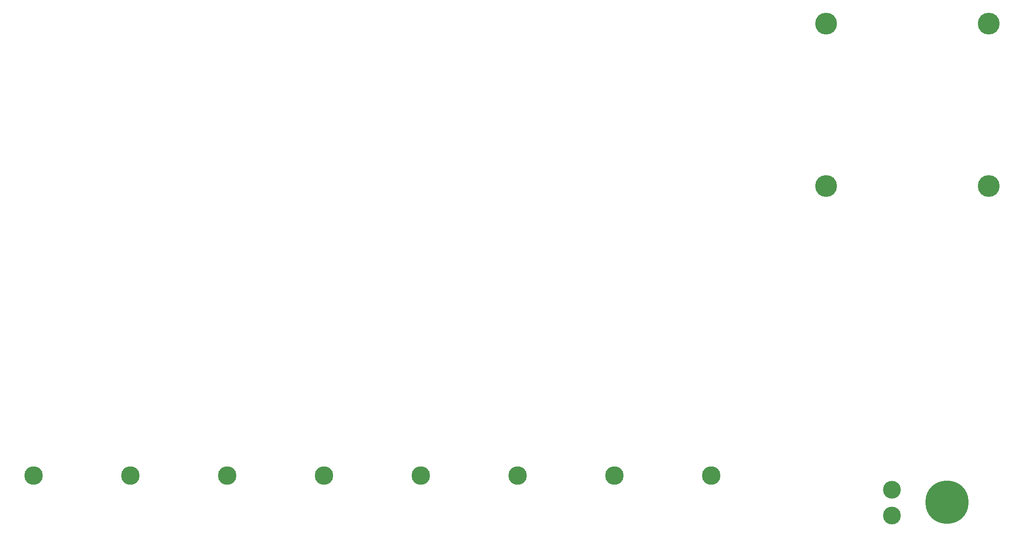
<source format=gts>
G75*
G70*
%OFA0B0*%
%FSLAX24Y24*%
%IPPOS*%
%LPD*%
%AMOC8*
5,1,8,0,0,1.08239X$1,22.5*
%
%ADD10C,0.1437*%
%ADD11C,0.1693*%
%ADD12C,0.3346*%
%ADD13C,0.1378*%
D10*
X002838Y008975D03*
X010338Y008975D03*
X017838Y008975D03*
X025338Y008975D03*
X032838Y008975D03*
X040338Y008975D03*
X047838Y008975D03*
X055338Y008975D03*
D11*
X064226Y031426D03*
X076824Y031426D03*
X076824Y044024D03*
X064226Y044024D03*
D12*
X073588Y006883D03*
D13*
X069338Y007875D03*
X069338Y005875D03*
M02*

</source>
